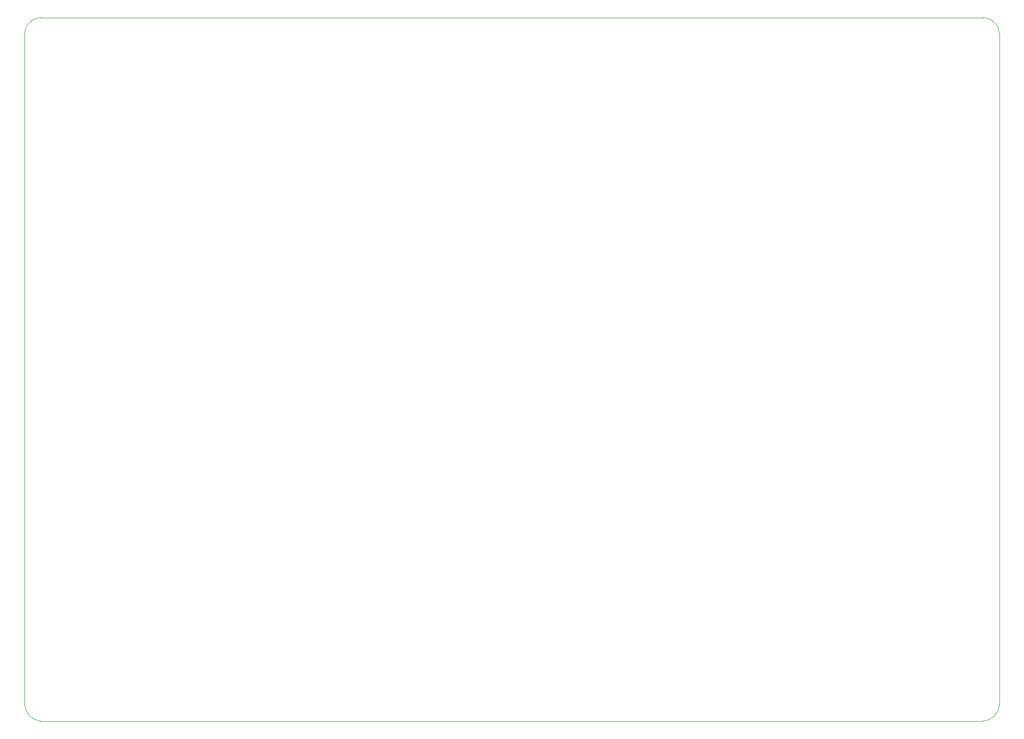
<source format=gm1>
%TF.GenerationSoftware,KiCad,Pcbnew,7.0.2*%
%TF.CreationDate,2023-09-23T19:56:34-04:00*%
%TF.ProjectId,Power Distribution Board,506f7765-7220-4446-9973-747269627574,rev?*%
%TF.SameCoordinates,PX3c7dd70PY9e91430*%
%TF.FileFunction,Profile,NP*%
%FSLAX46Y46*%
G04 Gerber Fmt 4.6, Leading zero omitted, Abs format (unit mm)*
G04 Created by KiCad (PCBNEW 7.0.2) date 2023-09-23 19:56:34*
%MOMM*%
%LPD*%
G01*
G04 APERTURE LIST*
%TA.AperFunction,Profile*%
%ADD10C,0.050000*%
%TD*%
G04 APERTURE END LIST*
D10*
X2133023Y123306282D02*
X168009176Y123306282D01*
X170915374Y2112185D02*
G75*
G03*
X170923480Y2156925I-119274J44715D01*
G01*
X170923480Y120391977D02*
X170923480Y2156925D01*
X170915366Y2112188D02*
X170915364Y2112188D01*
X2133023Y123306282D02*
G75*
G03*
X-781282Y120391977I-23J-2914282D01*
G01*
X167813270Y-773477D02*
G75*
G03*
X170915363Y2112188I30J3110177D01*
G01*
X1994391Y-749702D02*
G75*
G03*
X2068463Y-773480I74109J103602D01*
G01*
X-768076Y2100451D02*
G75*
G03*
X1994379Y-749718I3149376J288649D01*
G01*
X-781270Y2156925D02*
G75*
G03*
X-768078Y2100451I127370J-25D01*
G01*
X167813270Y-773481D02*
X167813270Y-773480D01*
X170923481Y120391977D02*
X170923480Y120391977D01*
X167813270Y-773480D02*
X2068463Y-773480D01*
X1994379Y-749721D02*
X1994379Y-749719D01*
X170923482Y120391977D02*
G75*
G03*
X168009176Y123306282I-2914282J23D01*
G01*
X-781282Y2156925D02*
X-781282Y120391977D01*
M02*

</source>
